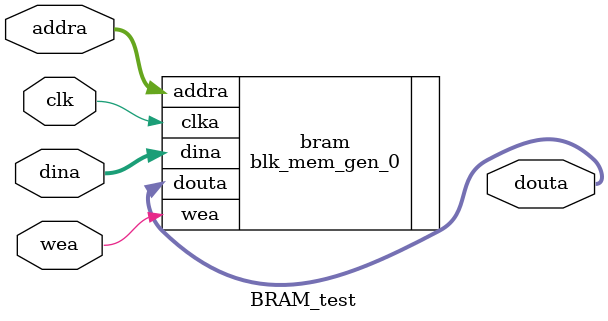
<source format=v>
`timescale 1ns / 1ps

module BRAM_test (
    input wire clk,
    //input wire ena,
    input wire [15:0] dina,
    input wire [3:0] addra,
    input wire wea,
    output wire [15:0] douta
);

    // BRAM IP ¨Ò¤Æ
    blk_mem_gen_0 bram (
        .clka(clk),
        //.ena(ena),
        .wea(wea),
        .addra(addra),
        .dina(dina),
        .douta(douta)
    );

endmodule
</source>
